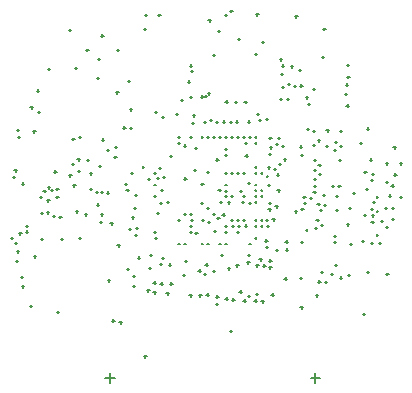
<source format=gbr>
G04*
G04 #@! TF.GenerationSoftware,Altium Limited,Altium Designer,24.6.1 (21)*
G04*
G04 Layer_Color=128*
%FSLAX44Y44*%
%MOMM*%
G71*
G04*
G04 #@! TF.SameCoordinates,46D9000B-954F-446C-B998-76B77EA3697B*
G04*
G04*
G04 #@! TF.FilePolarity,Positive*
G04*
G01*
G75*
%ADD13C,0.1270*%
D13*
X255386Y-49200D02*
X263386D01*
X259386Y-53200D02*
Y-45200D01*
X81386Y-49200D02*
X89386D01*
X85386Y-53200D02*
Y-45200D01*
X275348Y70934D02*
X276848D01*
X276098Y70184D02*
Y71684D01*
X182920Y64742D02*
X184420D01*
X183670Y63992D02*
Y65492D01*
X182920Y74742D02*
X184420D01*
X183670Y73992D02*
Y75492D01*
X122666Y104742D02*
X124166D01*
X123416Y103992D02*
Y105492D01*
X251094Y75950D02*
X252594D01*
X251844Y75200D02*
Y76700D01*
X275094Y143950D02*
X276594D01*
X275844Y143200D02*
Y144700D01*
X182920Y114742D02*
X184420D01*
X183670Y113992D02*
Y115492D01*
X122920Y124742D02*
X124420D01*
X123670Y123992D02*
Y125492D01*
X122920Y114742D02*
X124420D01*
X123670Y113992D02*
Y115492D01*
X247094Y139950D02*
X248594D01*
X247844Y139200D02*
Y140700D01*
X311094Y103950D02*
X312594D01*
X311844Y103200D02*
Y104700D01*
X311094Y71950D02*
X312594D01*
X311844Y71200D02*
Y72700D01*
X315094Y83950D02*
X316594D01*
X315844Y83200D02*
Y84700D01*
X311094Y91950D02*
X312594D01*
X311844Y91200D02*
Y92700D01*
X202920Y64742D02*
X204420D01*
X203670Y63992D02*
Y65492D01*
X172920Y89742D02*
X174420D01*
X173670Y88992D02*
Y90492D01*
X207920Y99742D02*
X209420D01*
X208670Y98992D02*
Y100492D01*
X197878Y104902D02*
X199378D01*
X198628Y104152D02*
Y105652D01*
X207920Y109742D02*
X209420D01*
X208670Y108992D02*
Y110492D01*
X207920Y104742D02*
X209420D01*
X208670Y103992D02*
Y105492D01*
X212920Y104742D02*
X214420D01*
X213670Y103992D02*
Y105492D01*
X212920Y109742D02*
X214420D01*
X213670Y108992D02*
Y110492D01*
X152920Y74742D02*
X154420D01*
X153670Y73992D02*
Y75492D01*
X182920Y144742D02*
X184420D01*
X183670Y143992D02*
Y145492D01*
X142920Y64742D02*
X144420D01*
X143670Y63992D02*
Y65492D01*
X142920Y84742D02*
X144420D01*
X143670Y83992D02*
Y85492D01*
X117920Y119742D02*
X119420D01*
X118670Y118992D02*
Y120492D01*
X112920Y129742D02*
X114420D01*
X113670Y128992D02*
Y130492D01*
X142920Y154742D02*
X144420D01*
X143670Y153992D02*
Y155492D01*
X182920Y104742D02*
X184420D01*
X183670Y103992D02*
Y105492D01*
X152920Y79742D02*
X154420D01*
X153670Y78992D02*
Y80492D01*
X153936Y84582D02*
X155436D01*
X154686Y83832D02*
Y85332D01*
X152920Y89742D02*
X154420D01*
X153670Y88992D02*
Y90492D01*
X207920Y114742D02*
X209420D01*
X208670Y113992D02*
Y115492D01*
X207920Y129742D02*
X209420D01*
X208670Y128992D02*
Y130492D01*
X212920Y124742D02*
X214420D01*
X213670Y123992D02*
Y125492D01*
X207920Y124742D02*
X209420D01*
X208670Y123992D02*
Y125492D01*
X197920Y124742D02*
X199420D01*
X198670Y123992D02*
Y125492D01*
X192920Y124742D02*
X194420D01*
X193670Y123992D02*
Y125492D01*
X187920Y124742D02*
X189420D01*
X188670Y123992D02*
Y125492D01*
X182920Y139742D02*
X184420D01*
X183670Y138992D02*
Y140492D01*
X207920Y149742D02*
X209420D01*
X208670Y148992D02*
Y150492D01*
X207920Y154742D02*
X209420D01*
X208670Y153992D02*
Y155492D01*
X202920Y154742D02*
X204420D01*
X203670Y153992D02*
Y155492D01*
X197920Y154742D02*
X199420D01*
X198670Y153992D02*
Y155492D01*
X172920Y154742D02*
X174420D01*
X173670Y153992D02*
Y155492D01*
X192920Y154742D02*
X194420D01*
X193670Y153992D02*
Y155492D01*
X187920Y154742D02*
X189420D01*
X188670Y153992D02*
Y155492D01*
X182920Y154742D02*
X184420D01*
X183670Y153992D02*
Y155492D01*
X177920Y154742D02*
X179420D01*
X178670Y153992D02*
Y155492D01*
X167920Y154742D02*
X169420D01*
X168670Y153992D02*
Y155492D01*
X162920Y154742D02*
X164420D01*
X163670Y153992D02*
Y155492D01*
X152920Y154742D02*
X154420D01*
X153670Y153992D02*
Y155492D01*
X207920Y69742D02*
X209420D01*
X208670Y68992D02*
Y70492D01*
X212920Y79742D02*
X214420D01*
X213670Y78992D02*
Y80492D01*
X207920Y79742D02*
X209420D01*
X208670Y78992D02*
Y80492D01*
X212920Y84742D02*
X214420D01*
X213670Y83992D02*
Y85492D01*
X207920Y84742D02*
X209420D01*
X208670Y83992D02*
Y85492D01*
X187920Y104742D02*
X189420D01*
X188670Y103992D02*
Y105492D01*
X197920Y84742D02*
X199420D01*
X198670Y83992D02*
Y85492D01*
X187920Y84742D02*
X189420D01*
X188670Y83992D02*
Y85492D01*
X192920Y84742D02*
X194420D01*
X193670Y83992D02*
Y85492D01*
X192920Y74742D02*
X194420D01*
X193670Y73992D02*
Y75492D01*
X177920Y64742D02*
X179420D01*
X178670Y63992D02*
Y65492D01*
X182920Y79742D02*
X184420D01*
X183670Y78992D02*
Y80492D01*
X167920Y64742D02*
X169420D01*
X168670Y63992D02*
Y65492D01*
X162920Y64742D02*
X164420D01*
X163670Y63992D02*
Y65492D01*
X147920Y64742D02*
X149420D01*
X148670Y63992D02*
Y65492D01*
X194818Y24092D02*
X197358D01*
X196088Y22822D02*
Y25362D01*
X32989Y212816D02*
X34789D01*
X33889Y211916D02*
Y213716D01*
X55488Y213360D02*
X57288D01*
X56388Y212460D02*
Y214260D01*
X234304Y59690D02*
X236104D01*
X235204Y58790D02*
Y60590D01*
X232808Y34890D02*
X235348D01*
X234078Y33620D02*
Y36160D01*
X245928Y35610D02*
X247728D01*
X246828Y34711D02*
Y36511D01*
X302630Y40894D02*
X304430D01*
X303530Y39994D02*
Y41794D01*
X200100Y139297D02*
X202640D01*
X201370Y138027D02*
Y140567D01*
X233973Y66333D02*
X236513D01*
X235243Y65063D02*
Y67603D01*
X288261Y64687D02*
X290061D01*
X289161Y63787D02*
Y65587D01*
X275082Y65880D02*
X276882D01*
X275982Y64980D02*
Y66780D01*
X276699Y93314D02*
X278499D01*
X277599Y92414D02*
Y94214D01*
X286105Y80915D02*
X287905D01*
X287005Y80015D02*
Y81815D01*
X247152Y66300D02*
X248952D01*
X248052Y65400D02*
Y67200D01*
X258712Y77950D02*
X260512D01*
X259612Y77050D02*
Y78850D01*
X173646Y75108D02*
X175446D01*
X174546Y74208D02*
Y76008D01*
X168194Y82988D02*
X169994D01*
X169094Y82088D02*
Y83888D01*
X162955Y84790D02*
X164755D01*
X163855Y83890D02*
Y85690D01*
X39994Y103886D02*
X41794D01*
X40894Y102986D02*
Y104786D01*
X39994Y111136D02*
X41794D01*
X40894Y110236D02*
Y112036D01*
X107128Y77683D02*
X108928D01*
X108028Y76783D02*
Y78583D01*
X106505Y105660D02*
X108305D01*
X107405Y104760D02*
Y106560D01*
X99364Y109794D02*
X101164D01*
X100264Y108893D02*
Y110694D01*
X128719Y110039D02*
X130519D01*
X129619Y109139D02*
Y110939D01*
X167758Y125025D02*
X169558D01*
X168658Y124125D02*
Y125925D01*
X162803Y115226D02*
X164603D01*
X163703Y114326D02*
Y116126D01*
X118480Y44002D02*
X120280D01*
X119380Y43102D02*
Y44902D01*
X118988Y55361D02*
X120788D01*
X119888Y54461D02*
Y56261D01*
X122770Y74742D02*
X124570D01*
X123670Y73842D02*
Y75642D01*
X123258Y69515D02*
X125058D01*
X124158Y68615D02*
Y70415D01*
X125124Y90637D02*
X126924D01*
X126024Y89737D02*
Y91537D01*
X108738Y52913D02*
X110538D01*
X109638Y52013D02*
Y53813D01*
X129546Y52507D02*
X131346D01*
X130446Y51607D02*
Y53407D01*
X280295Y35993D02*
X282095D01*
X281195Y35093D02*
Y36893D01*
X298789Y66757D02*
X300589D01*
X299689Y65856D02*
Y67656D01*
X286628Y37846D02*
X288428D01*
X287528Y36946D02*
Y38746D01*
X242328Y91922D02*
X244128D01*
X243228Y91022D02*
Y92822D01*
X263774Y80141D02*
X265574D01*
X264674Y79241D02*
Y81041D01*
X247449Y93950D02*
X249249D01*
X248349Y93050D02*
Y94850D01*
X287390Y94742D02*
X289190D01*
X288290Y93842D02*
Y95642D01*
X301868Y111252D02*
X303668D01*
X302768Y110352D02*
Y112152D01*
X300344Y88900D02*
X302144D01*
X301244Y88000D02*
Y89800D01*
X202409Y115672D02*
X204209D01*
X203309Y114772D02*
Y116572D01*
X177219Y109839D02*
X179019D01*
X178119Y108940D02*
Y110739D01*
X175016Y135818D02*
X177556D01*
X176286Y134548D02*
Y137088D01*
X191378Y184648D02*
X193178D01*
X192278Y183748D02*
Y185548D01*
X208423Y225298D02*
X210223D01*
X209323Y224398D02*
Y226198D01*
X176646Y244782D02*
X178446D01*
X177546Y243882D02*
Y245682D01*
X207541Y16533D02*
X210081D01*
X208811Y15263D02*
Y17803D01*
X208650Y21747D02*
X210450D01*
X209550Y20847D02*
Y22647D01*
X202160Y20058D02*
X203960D01*
X203060Y19158D02*
Y20958D01*
X217783Y84898D02*
X219583D01*
X218683Y83998D02*
Y85798D01*
X218033Y79270D02*
X219833D01*
X218933Y78370D02*
Y80170D01*
X219609Y99347D02*
X221409D01*
X220509Y98448D02*
Y100247D01*
X135841Y138903D02*
X137641D01*
X136741Y138003D02*
Y139803D01*
X126862Y128524D02*
X128662D01*
X127762Y127624D02*
Y129424D01*
X142770Y149742D02*
X144570D01*
X143670Y148842D02*
Y150642D01*
X89116Y138250D02*
X90916D01*
X90016Y137350D02*
Y139150D01*
X89366Y146212D02*
X91166D01*
X90266Y145312D02*
Y147112D01*
X14562Y79966D02*
X16362D01*
X15462Y79066D02*
Y80866D01*
X14562Y74950D02*
X16362D01*
X15462Y74050D02*
Y75850D01*
X303011Y162179D02*
X304811D01*
X303911Y161279D02*
Y163079D01*
X193562Y238284D02*
X195362D01*
X194462Y237384D02*
Y239184D01*
X168550Y253866D02*
X171090D01*
X169820Y252596D02*
Y255136D01*
X122188Y31665D02*
X124728D01*
X123458Y30395D02*
Y32935D01*
X257885Y135418D02*
X259685D01*
X258785Y134518D02*
Y136318D01*
X232694Y135966D02*
X234494D01*
X233594Y135066D02*
Y136866D01*
X106231Y72233D02*
X108031D01*
X107131Y71333D02*
Y73133D01*
X306551Y94372D02*
X308351D01*
X307451Y93472D02*
Y95272D01*
X307738Y99759D02*
X309538D01*
X308638Y98859D02*
Y100659D01*
X147875Y147759D02*
X149675D01*
X148775Y146859D02*
Y148659D01*
X231100Y147483D02*
X232900D01*
X232000Y146583D02*
Y148383D01*
X307187Y88545D02*
X308987D01*
X308087Y87645D02*
Y89445D01*
X323742Y85414D02*
X325542D01*
X324642Y84514D02*
Y86314D01*
X82960Y143960D02*
X84760D01*
X83860Y143060D02*
Y144860D01*
X78460Y152866D02*
X80260D01*
X79360Y151966D02*
Y153766D01*
X82701Y107966D02*
X84501D01*
X83601Y107066D02*
Y108866D01*
X156471Y127242D02*
X158271D01*
X157371Y126342D02*
Y128142D01*
X147713Y90026D02*
X149513D01*
X148613Y89126D02*
Y90926D01*
X126354Y258572D02*
X128154D01*
X127254Y257672D02*
Y259472D01*
X104033Y86868D02*
X105834D01*
X104934Y85968D02*
Y87768D01*
X85809Y81788D02*
X87610D01*
X86709Y80888D02*
Y82688D01*
X98160Y114903D02*
X99960D01*
X99060Y114003D02*
Y115803D01*
X74538Y97790D02*
X76338D01*
X75438Y96890D02*
Y98690D01*
X43597Y68466D02*
X45397D01*
X44497Y67566D02*
Y69366D01*
X26844Y68466D02*
X28644D01*
X27743Y67566D02*
Y69366D01*
X259450Y20828D02*
X261250D01*
X260350Y19928D02*
Y21728D01*
X272254Y39254D02*
X274054D01*
X273154Y38354D02*
Y40154D01*
X267290Y32550D02*
X269090D01*
X268190Y31651D02*
Y33451D01*
X208973Y258866D02*
X211513D01*
X210243Y257596D02*
Y260136D01*
X330824Y132588D02*
X332624D01*
X331724Y131688D02*
Y133488D01*
X326179Y123214D02*
X327979D01*
X327079Y122314D02*
Y124114D01*
X159910Y41664D02*
X162450D01*
X161180Y40394D02*
Y42934D01*
X147472Y37802D02*
X149272D01*
X148372Y36902D02*
Y38702D01*
X179305Y54944D02*
X181105D01*
X180205Y54044D02*
Y55844D01*
X165074Y39116D02*
X166874D01*
X165974Y38216D02*
Y40016D01*
X186802Y-9254D02*
X188602D01*
X187702Y-10154D02*
Y-8354D01*
X188468Y17018D02*
X191008D01*
X189738Y15748D02*
Y18288D01*
X182778Y17928D02*
X185318D01*
X184048Y16658D02*
Y19198D01*
X53271Y132443D02*
X55071D01*
X54171Y131543D02*
Y133343D01*
X58282Y126448D02*
X60082D01*
X59182Y125548D02*
Y127348D01*
X53757Y114300D02*
X56297D01*
X55027Y113030D02*
Y115570D01*
X75996Y130630D02*
X77796D01*
X76896Y129730D02*
Y131530D01*
X57680Y136216D02*
X60220D01*
X58950Y134946D02*
Y137486D01*
X66082Y135363D02*
X67882D01*
X66982Y134463D02*
Y136263D01*
X76694Y83328D02*
X78494D01*
X77594Y82428D02*
Y84228D01*
X56504Y91948D02*
X58304D01*
X57404Y91048D02*
Y92848D01*
X29072Y109356D02*
X30872D01*
X29972Y108456D02*
Y110256D01*
X32861Y112247D02*
X34661D01*
X33761Y111347D02*
Y113147D01*
X11178Y115614D02*
X12978D01*
X12078Y114714D02*
Y116514D01*
X37629Y125427D02*
X40169D01*
X38899Y124157D02*
Y126697D01*
X7228Y154686D02*
X9028D01*
X8128Y153786D02*
Y155586D01*
X162408Y188976D02*
X164948D01*
X163678Y187706D02*
Y190246D01*
X155056Y167074D02*
X156856D01*
X155956Y166174D02*
Y167974D01*
X330769Y104396D02*
X332569D01*
X331669Y103496D02*
Y105296D01*
X321213Y105418D02*
X323013D01*
X322113Y104518D02*
Y106318D01*
X307228Y123934D02*
X309028D01*
X308128Y123034D02*
Y124834D01*
X278928Y135496D02*
X280728D01*
X279828Y134596D02*
Y136396D01*
X300815Y125072D02*
X302615D01*
X301715Y124172D02*
Y125972D01*
X166175Y46624D02*
X168715D01*
X167446Y45354D02*
Y47894D01*
X172576Y41649D02*
X174376D01*
X173476Y40749D02*
Y42549D01*
X175376Y13716D02*
X177176D01*
X176276Y12816D02*
Y14616D01*
X174752Y19812D02*
X177292D01*
X176022Y18542D02*
Y21082D01*
X125199Y120488D02*
X126999D01*
X126099Y119588D02*
Y121388D01*
X130208Y120860D02*
X132008D01*
X131108Y119960D02*
Y121760D01*
X229263Y220645D02*
X231063D01*
X230163Y219745D02*
Y221545D01*
X245480Y211818D02*
X247280D01*
X246380Y210918D02*
Y212718D01*
X280350Y147573D02*
X282150D01*
X281250Y146673D02*
Y148473D01*
X276007Y150973D02*
X277807D01*
X276907Y150073D02*
Y151873D01*
X231256Y215502D02*
X233056D01*
X232156Y214602D02*
Y216402D01*
X263644Y40591D02*
X265444D01*
X264544Y39691D02*
Y41491D01*
X290946Y107696D02*
X292746D01*
X291846Y106796D02*
Y108596D01*
X278774Y113518D02*
X280574D01*
X279674Y112618D02*
Y114418D01*
X254580Y103168D02*
X256380D01*
X255480Y102268D02*
Y104068D01*
X249793Y99006D02*
X251593D01*
X250693Y98106D02*
Y99906D01*
X225164Y96520D02*
X227704D01*
X226434Y95250D02*
Y97790D01*
X249137Y104482D02*
X250937D01*
X250037Y103582D02*
Y105382D01*
X157320Y145982D02*
X159120D01*
X158220Y145082D02*
Y146882D01*
X170042Y169418D02*
X171842D01*
X170942Y168518D02*
Y170318D01*
X164759Y167833D02*
X166559D01*
X165659Y166933D02*
Y168733D01*
X35168Y109869D02*
X36968D01*
X36068Y108969D02*
Y110769D01*
X133514Y99604D02*
X135314D01*
X134414Y98704D02*
Y100504D01*
X128000Y99453D02*
X129800D01*
X128900Y98553D02*
Y100353D01*
X91432Y228854D02*
X93231D01*
X92331Y227954D02*
Y229754D01*
X145404Y186436D02*
X147204D01*
X146304Y185536D02*
Y187336D01*
X155496Y173228D02*
X157296D01*
X156396Y172328D02*
Y174128D01*
X141369Y174307D02*
X143169D01*
X142269Y173407D02*
Y175207D01*
X151726Y201930D02*
X153526D01*
X152626Y201030D02*
Y202830D01*
X152730Y188976D02*
X154530D01*
X153630Y188076D02*
Y189876D01*
X100658Y202184D02*
X102458D01*
X101558Y201284D02*
Y203084D01*
X153190Y215509D02*
X154990D01*
X154090Y214610D02*
Y216409D01*
X261404Y32564D02*
X263944D01*
X262674Y31295D02*
Y33835D01*
X275706Y46575D02*
X277506D01*
X276606Y45675D02*
Y47475D01*
X273261Y113331D02*
X275061D01*
X274161Y112431D02*
Y114231D01*
X23522Y194348D02*
X25322D01*
X24422Y193448D02*
Y195248D01*
X68696Y111209D02*
X70496D01*
X69596Y110309D02*
Y112109D01*
X50916Y245618D02*
X52716D01*
X51816Y244718D02*
Y246518D01*
X187314Y261414D02*
X189114D01*
X188214Y260514D02*
Y262314D01*
X24246Y176278D02*
X26046D01*
X25146Y175378D02*
Y177178D01*
X17705Y180294D02*
X20245D01*
X18975Y179024D02*
Y181564D01*
X77470Y240792D02*
X80010D01*
X78740Y239522D02*
Y242062D01*
X65394Y228854D02*
X67194D01*
X66294Y227954D02*
Y229754D01*
X114162Y246634D02*
X115962D01*
X115062Y245734D02*
Y247534D01*
X306555Y65278D02*
X308355D01*
X307455Y64378D02*
Y66178D01*
X312790Y65278D02*
X314590D01*
X313690Y64378D02*
Y66178D01*
X77840Y108204D02*
X79640D01*
X78740Y107304D02*
Y109104D01*
X73268Y108204D02*
X75068D01*
X74168Y107304D02*
Y109104D01*
X260212Y84582D02*
X262012D01*
X261112Y83682D02*
Y85482D01*
X266585Y97146D02*
X268385D01*
X267485Y96246D02*
Y98046D01*
X262946Y92995D02*
X264746D01*
X263846Y92095D02*
Y93895D01*
X147693Y119449D02*
X150233D01*
X148963Y118179D02*
Y120719D01*
X217991Y121556D02*
X219491D01*
X218741Y120806D02*
Y122306D01*
X102940Y124492D02*
X104740D01*
X103840Y123592D02*
Y125392D01*
X83428Y33528D02*
X85228D01*
X84328Y32628D02*
Y34428D01*
X104510Y36988D02*
X106310D01*
X105410Y36088D02*
Y37888D01*
X180599Y89195D02*
X183139D01*
X181869Y87925D02*
Y90465D01*
X162390Y99443D02*
X164190D01*
X163290Y98543D02*
Y100343D01*
X167610Y95233D02*
X169410D01*
X168510Y94333D02*
Y96133D01*
X178597Y99858D02*
X180397D01*
X179497Y98958D02*
Y100758D01*
X129510Y171958D02*
X131310D01*
X130410Y171058D02*
Y172858D01*
X182486Y124790D02*
X184286D01*
X183386Y123890D02*
Y125690D01*
X280246Y160060D02*
X282046D01*
X281146Y159160D02*
Y160960D01*
X246018Y146908D02*
X247818D01*
X246918Y146008D02*
Y147808D01*
X227700Y154260D02*
X229500D01*
X228600Y153360D02*
Y155160D01*
X127356Y47153D02*
X129156D01*
X128256Y46253D02*
Y48053D01*
X157709Y73866D02*
X159509D01*
X158609Y72966D02*
Y74766D01*
X172460Y224118D02*
X174260D01*
X173360Y223218D02*
Y225018D01*
X153190Y215509D02*
X154990D01*
X154090Y214610D02*
Y216409D01*
X154040Y210566D02*
X155840D01*
X154940Y209666D02*
Y211466D01*
X199829Y150168D02*
X201629D01*
X200729Y149268D02*
Y151068D01*
X182628Y258366D02*
X184428D01*
X183528Y257466D02*
Y259266D01*
X165523Y189685D02*
X167323D01*
X166423Y188785D02*
Y190585D01*
X168288Y191853D02*
X170088D01*
X169188Y190953D02*
Y192753D01*
X182855Y184936D02*
X185395D01*
X184125Y183666D02*
Y186206D01*
X319051Y116544D02*
X320851D01*
X319951Y115644D02*
Y117444D01*
X74538Y204978D02*
X76338D01*
X75438Y204078D02*
Y205878D01*
X19860Y159731D02*
X22400D01*
X21130Y158461D02*
Y161000D01*
X32410Y101274D02*
X34210D01*
X33310Y100374D02*
Y102174D01*
X257275Y148226D02*
X259075D01*
X258175Y147326D02*
Y149126D01*
X160686Y20828D02*
X163226D01*
X161956Y19558D02*
Y22098D01*
X152654Y21142D02*
X155194D01*
X153924Y19872D02*
Y22412D01*
X213614Y16002D02*
X216154D01*
X214884Y14732D02*
Y17272D01*
X198030Y16371D02*
X200570D01*
X199300Y15101D02*
Y17641D01*
X102272Y178308D02*
X104072D01*
X103172Y177408D02*
Y179208D01*
X123109Y176331D02*
X124909D01*
X124009Y175431D02*
Y177231D01*
X241808Y257302D02*
X244348D01*
X243078Y256032D02*
Y258572D01*
X268364Y160589D02*
X270904D01*
X269634Y159319D02*
Y161859D01*
X325120Y146304D02*
X327660D01*
X326390Y145034D02*
Y147574D01*
X225916Y59642D02*
X227716D01*
X226816Y58742D02*
Y60542D01*
X226870Y109950D02*
X229410D01*
X228140Y108680D02*
Y111220D01*
X222948Y85344D02*
X225488D01*
X224218Y84074D02*
Y86614D01*
X194017Y79883D02*
X195817D01*
X194917Y78983D02*
Y80784D01*
X199531Y80045D02*
X201331D01*
X200431Y79145D02*
Y80945D01*
X188533Y79290D02*
X190333D01*
X189433Y78390D02*
Y80190D01*
X202523Y55032D02*
X204323D01*
X203423Y54132D02*
Y55932D01*
X191682Y46561D02*
X194222D01*
X192952Y45290D02*
Y47831D01*
X208883Y46246D02*
X211423D01*
X210153Y44976D02*
Y47516D01*
X99397Y43564D02*
X101197D01*
X100297Y42664D02*
Y44464D01*
X86716Y-749D02*
X89256D01*
X87986Y-2019D02*
Y521D01*
X91646Y63452D02*
X94186D01*
X92916Y62182D02*
Y64722D01*
X135388Y46990D02*
X137188D01*
X136288Y46090D02*
Y47890D01*
X226819Y123229D02*
X228619D01*
X227719Y122329D02*
Y124129D01*
X176331Y86209D02*
X178131D01*
X177231Y85309D02*
Y87109D01*
X185028Y99568D02*
X186828D01*
X185928Y98668D02*
Y100468D01*
X166720Y21336D02*
X169260D01*
X167990Y20066D02*
Y22606D01*
X221905Y21497D02*
X224445D01*
X223175Y20227D02*
Y22767D01*
X32285Y91108D02*
X34085D01*
X33185Y90208D02*
Y92008D01*
X26786Y90678D02*
X28586D01*
X27686Y89778D02*
Y91578D01*
X1222Y69671D02*
X3022D01*
X2122Y68771D02*
Y70571D01*
X8324Y73379D02*
X10864D01*
X9594Y72109D02*
Y74649D01*
X4764Y65442D02*
X6564D01*
X5663Y64542D02*
Y66342D01*
X211678Y51308D02*
X214218D01*
X212948Y50038D02*
Y52578D01*
X219710Y50216D02*
X222250D01*
X220980Y48946D02*
Y51486D01*
X3418Y121484D02*
X5218D01*
X4318Y120584D02*
Y122384D01*
X4354Y126843D02*
X6894D01*
X5624Y125573D02*
Y128113D01*
X216399Y67242D02*
X218939D01*
X217669Y65972D02*
Y68512D01*
X217337Y61755D02*
X219137D01*
X218237Y60855D02*
Y62655D01*
X219448Y114274D02*
X221248D01*
X220348Y113374D02*
Y115174D01*
X90170Y192786D02*
X92710D01*
X91440Y191516D02*
Y194056D01*
X93218Y-1747D02*
X95758D01*
X94488Y-3017D02*
Y-477D01*
X113792Y-30734D02*
X116332D01*
X115062Y-32004D02*
Y-29464D01*
X68748Y124096D02*
X70548D01*
X69648Y123196D02*
Y124996D01*
X50514Y122682D02*
X53054D01*
X51784Y121412D02*
Y123952D01*
X96012Y162881D02*
X98552D01*
X97282Y161611D02*
Y164151D01*
X265574Y105594D02*
X267374D01*
X266474Y104694D02*
Y106494D01*
X195302Y109292D02*
X197102D01*
X196202Y108392D02*
Y110192D01*
X323371Y113641D02*
X325911D01*
X324641Y112371D02*
Y114911D01*
X148737Y49662D02*
X150537D01*
X149637Y48762D02*
Y50562D01*
X225818Y149075D02*
X227618D01*
X226718Y148175D02*
Y149975D01*
X127794Y30892D02*
X130334D01*
X129064Y29622D02*
Y32162D01*
X185536Y43688D02*
X187336D01*
X186436Y42788D02*
Y44588D01*
X214558Y45991D02*
X217098D01*
X215828Y44721D02*
Y47261D01*
X299430Y5486D02*
X301230D01*
X300330Y4586D02*
Y6386D01*
X201043Y49139D02*
X203584D01*
X202313Y47869D02*
Y50409D01*
X219922Y44704D02*
X222462D01*
X221192Y43434D02*
Y45974D01*
X197184Y99734D02*
X198984D01*
X198084Y98834D02*
Y100634D01*
X219454Y93836D02*
X221994D01*
X220724Y92566D02*
Y95106D01*
X202693Y99457D02*
X204493D01*
X203593Y98557D02*
Y100357D01*
X220106Y140706D02*
X221906D01*
X221006Y139806D02*
Y141606D01*
X221117Y146129D02*
X222917D01*
X222017Y145229D02*
Y147029D01*
X224393Y128183D02*
X226193D01*
X225293Y127283D02*
Y129083D01*
X218971Y129193D02*
X220771D01*
X219871Y128293D02*
Y130093D01*
X220334Y154161D02*
X222134D01*
X221234Y153261D02*
Y155061D01*
X122091Y23633D02*
X124631D01*
X123361Y22363D02*
Y24903D01*
X135826Y30741D02*
X138366D01*
X137096Y29471D02*
Y32011D01*
X252131Y162091D02*
X253931D01*
X253031Y161191D02*
Y162991D01*
X257447Y159859D02*
X259247D01*
X258347Y158959D02*
Y160759D01*
X246634Y10958D02*
X249174D01*
X247904Y9688D02*
Y12228D01*
X116318Y25386D02*
X118858D01*
X117588Y24116D02*
Y26656D01*
X132842Y22709D02*
X135382D01*
X134112Y21439D02*
Y23979D01*
X101970Y162881D02*
X103770D01*
X102870Y161981D02*
Y163781D01*
X211580Y169130D02*
X213380D01*
X212480Y168230D02*
Y170030D01*
X257689Y108331D02*
X259489D01*
X258589Y107431D02*
Y109231D01*
X217286Y169929D02*
X219086D01*
X218186Y169029D02*
Y170829D01*
X64021Y89408D02*
X65821D01*
X64921Y88508D02*
Y90308D01*
X78062Y89408D02*
X79862D01*
X78962Y88508D02*
Y90308D01*
X257145Y195315D02*
X258945D01*
X258045Y194415D02*
Y196215D01*
X285612Y181610D02*
X287412D01*
X286512Y180710D02*
Y182510D01*
X201847Y168057D02*
X203647D01*
X202747Y167157D02*
Y168957D01*
X268202Y147621D02*
X270002D01*
X269102Y146721D02*
Y148521D01*
X228693Y131966D02*
X230493D01*
X229593Y131066D02*
Y132866D01*
X10267Y36313D02*
X12067D01*
X11167Y35413D02*
Y37213D01*
X6466Y58070D02*
X8266D01*
X7366Y57170D02*
Y58970D01*
X5704Y50038D02*
X7504D01*
X6604Y49138D02*
Y50938D01*
X58965Y69687D02*
X60765D01*
X59865Y68787D02*
Y70587D01*
X21198Y53848D02*
X22998D01*
X22098Y52948D02*
Y54748D01*
X10784Y28448D02*
X12584D01*
X11684Y27548D02*
Y29348D01*
X192267Y168057D02*
X194067D01*
X193167Y167157D02*
Y168957D01*
X181276Y168057D02*
X183076D01*
X182176Y167157D02*
Y168957D01*
X186772Y167581D02*
X188572D01*
X187672Y166681D02*
Y168481D01*
X229478Y187136D02*
X231278D01*
X230378Y186236D02*
Y188036D01*
X235208Y187452D02*
X237008D01*
X236108Y186552D02*
Y188352D01*
X229986Y208232D02*
X231786D01*
X230886Y207332D02*
Y209132D01*
X230719Y197684D02*
X232519D01*
X231619Y196784D02*
Y198584D01*
X235828Y200200D02*
X237628D01*
X236728Y199300D02*
Y201100D01*
X240894Y198017D02*
X242694D01*
X241794Y197117D02*
Y198917D01*
X251446Y188435D02*
X253246D01*
X252346Y187535D02*
Y189335D01*
X199252Y184936D02*
X201052D01*
X200152Y184036D02*
Y185836D01*
X175376Y167894D02*
X177176D01*
X176276Y166994D02*
Y168794D01*
X261033Y98262D02*
X262833D01*
X261933Y97362D02*
Y99162D01*
X319039Y78756D02*
X320839D01*
X319939Y77856D02*
Y79656D01*
X323741Y94823D02*
X325541D01*
X324641Y93923D02*
Y95723D01*
X318227Y94674D02*
X320027D01*
X319127Y93774D02*
Y95574D01*
X261239Y152063D02*
X263039D01*
X262139Y151163D02*
Y152963D01*
X276722Y105156D02*
X278522D01*
X277622Y104256D02*
Y106056D01*
X261896Y131329D02*
X263696D01*
X262796Y130429D02*
Y132229D01*
X258042Y127382D02*
X259842D01*
X258942Y126482D02*
Y128282D01*
X209795Y174350D02*
X211595D01*
X210695Y173450D02*
Y175250D01*
X297296Y150114D02*
X299096D01*
X298196Y149214D02*
Y151014D01*
X253100Y183134D02*
X254900D01*
X254000Y182234D02*
Y184034D01*
X182645Y109474D02*
X184145D01*
X183395Y108724D02*
Y110224D01*
X6720Y160782D02*
X8520D01*
X7620Y159882D02*
Y161682D01*
X75256Y221190D02*
X77056D01*
X76156Y220290D02*
Y222090D01*
X114924Y258064D02*
X116724D01*
X115824Y257164D02*
Y258964D01*
X319394Y38862D02*
X321194D01*
X320294Y37962D02*
Y39762D01*
X104510Y28956D02*
X106310D01*
X105410Y28056D02*
Y29856D01*
X40248Y6604D02*
X42048D01*
X41148Y5704D02*
Y7504D01*
X17896Y11938D02*
X19696D01*
X18796Y11038D02*
Y12838D01*
X246630Y198537D02*
X248430D01*
X247530Y197637D02*
Y199437D01*
X213984Y235712D02*
X215784D01*
X214884Y234812D02*
Y236612D01*
X238945Y214699D02*
X240745D01*
X239845Y213799D02*
Y215599D01*
X266054Y246126D02*
X267854D01*
X266954Y245226D02*
Y247026D01*
X265038Y223012D02*
X266838D01*
X265938Y222112D02*
Y223912D01*
X286120Y215646D02*
X287920D01*
X287020Y214746D02*
Y216546D01*
X286374Y205994D02*
X288174D01*
X287274Y205094D02*
Y206894D01*
X284850Y199390D02*
X286650D01*
X285750Y198490D02*
Y200290D01*
X284342Y191262D02*
X286142D01*
X285242Y190362D02*
Y192162D01*
X105753Y94996D02*
X107553D01*
X106653Y94096D02*
Y95896D01*
X258199Y119351D02*
X259999D01*
X259099Y118450D02*
Y120251D01*
X262026Y123323D02*
X263826D01*
X262926Y122423D02*
Y124223D01*
X257979Y113839D02*
X259779D01*
X258879Y112939D02*
Y114739D01*
X305170Y135890D02*
X306970D01*
X306070Y134990D02*
Y136790D01*
X306780Y83020D02*
X308580D01*
X307680Y82120D02*
Y83920D01*
X306577Y118456D02*
X308377D01*
X307477Y117556D02*
Y119356D01*
X318886Y132588D02*
X320686D01*
X319786Y131688D02*
Y133488D01*
X42553Y87066D02*
X44353D01*
X43453Y86166D02*
Y87966D01*
X37152Y88184D02*
X38952D01*
X38052Y87284D02*
Y89084D01*
X26392Y104247D02*
X28192D01*
X27292Y103347D02*
Y105147D01*
X101680Y76926D02*
X103480D01*
X102580Y76026D02*
Y77826D01*
X58925Y154643D02*
X60725D01*
X59825Y153743D02*
Y155543D01*
X53547Y153416D02*
X55347D01*
X54447Y152516D02*
Y154316D01*
M02*

</source>
